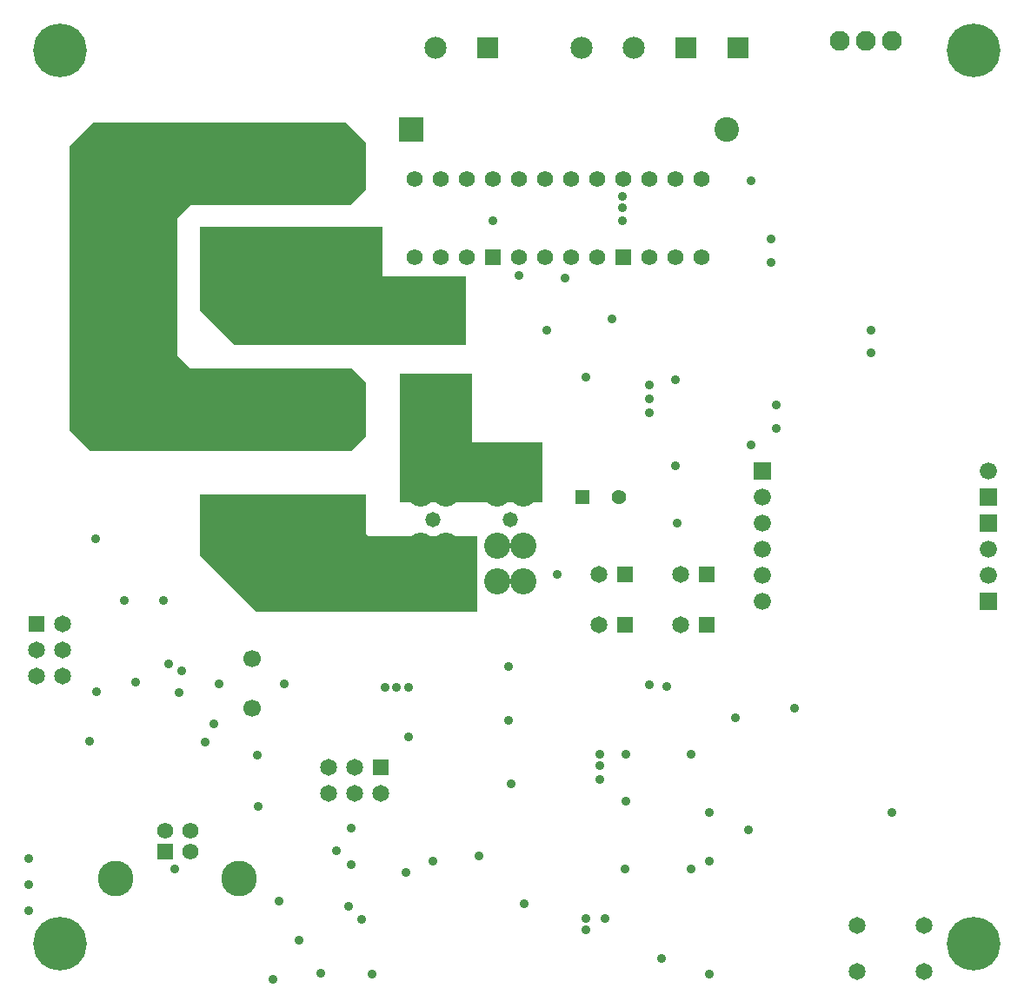
<source format=gbr>
%TF.GenerationSoftware,Altium Limited,Altium Designer,25.2.1 (25)*%
G04 Layer_Color=16711935*
%FSLAX43Y43*%
%MOMM*%
%TF.SameCoordinates,4C24163C-91DB-42BE-86CD-6C2E27ADC54B*%
%TF.FilePolarity,Negative*%
%TF.FileFunction,Soldermask,Bot*%
%TF.Part,Single*%
G01*
G75*
%TA.AperFunction,ComponentPad*%
%ADD111C,1.650*%
%ADD112R,1.650X1.650*%
%ADD113C,2.550*%
%ADD114C,1.475*%
%ADD115C,1.558*%
%ADD116R,1.558X1.558*%
%ADD117C,3.466*%
%ADD118C,1.674*%
%ADD119R,1.674X1.674*%
%ADD120C,3.150*%
%ADD121R,3.150X3.150*%
%ADD122C,1.575*%
%ADD123R,1.575X1.575*%
%ADD124C,2.150*%
%ADD125R,2.150X2.150*%
%ADD126R,2.400X2.400*%
%ADD127C,2.400*%
%ADD128R,1.650X1.650*%
%ADD129C,1.650*%
%ADD130C,1.700*%
%ADD131C,1.950*%
%ADD132C,1.425*%
%ADD133R,1.425X1.425*%
%TA.AperFunction,ViaPad*%
%ADD134C,5.230*%
%ADD135C,0.900*%
G36*
X35941Y69523D02*
X44069D01*
Y62865D01*
X21463D01*
X18140Y66188D01*
Y74300D01*
X35941D01*
Y69523D01*
D02*
G37*
G36*
X34300Y82540D02*
Y77988D01*
X32812Y76500D01*
Y76500D01*
X17318D01*
X16000Y75182D01*
Y61724D01*
X17224Y60500D01*
X33000D01*
X34300Y59200D01*
Y53858D01*
X32902Y52460D01*
X7484D01*
X7484Y52460D01*
X5500Y54444D01*
Y82208D01*
X7752Y84460D01*
X32380D01*
X34300Y82540D01*
D02*
G37*
G36*
X44648Y53340D02*
X51562D01*
Y47498D01*
X37648D01*
Y60000D01*
X44648D01*
Y53340D01*
D02*
G37*
G36*
X34300Y44450D02*
X34554Y44196D01*
X45164D01*
Y36807D01*
X23633D01*
X18140Y42300D01*
Y48300D01*
X34300D01*
Y44450D01*
D02*
G37*
D111*
X57000Y40500D02*
D03*
X65000Y40500D02*
D03*
X57000Y35560D02*
D03*
X65000D02*
D03*
X82221Y1742D02*
D03*
X88721D02*
D03*
X82221Y6242D02*
D03*
X88721D02*
D03*
X4826Y35687D02*
D03*
X2286Y33147D02*
D03*
X4826D02*
D03*
Y30607D02*
D03*
X35814Y19177D02*
D03*
X33274Y21717D02*
D03*
Y19177D02*
D03*
X30734Y21717D02*
D03*
Y19177D02*
D03*
D112*
X59540Y40500D02*
D03*
X67540Y40500D02*
D03*
X59540Y35560D02*
D03*
X67540D02*
D03*
X35814Y21717D02*
D03*
D113*
X42164Y51887D02*
D03*
X39664D02*
D03*
X42164Y48387D02*
D03*
X39664D02*
D03*
X42164Y43307D02*
D03*
X39664D02*
D03*
X42164Y39807D02*
D03*
X39664D02*
D03*
X47150D02*
D03*
X49650D02*
D03*
X47150Y43307D02*
D03*
X49650D02*
D03*
X47150Y48387D02*
D03*
X49650D02*
D03*
X47150Y51887D02*
D03*
X49650D02*
D03*
D114*
X40869Y45847D02*
D03*
X48355D02*
D03*
D115*
X14750Y15500D02*
D03*
X17250D02*
D03*
Y13500D02*
D03*
D116*
X14750D02*
D03*
D117*
X22020Y10800D02*
D03*
X9980D02*
D03*
D118*
X72947Y42926D02*
D03*
X94947Y50546D02*
D03*
Y42926D02*
D03*
Y40386D02*
D03*
X72947Y48006D02*
D03*
Y45466D02*
D03*
Y40386D02*
D03*
Y37846D02*
D03*
D119*
X94947Y48006D02*
D03*
Y45466D02*
D03*
Y37846D02*
D03*
X72947Y50546D02*
D03*
D120*
X31300Y71300D02*
D03*
X26220D02*
D03*
X21140D02*
D03*
X31300Y45300D02*
D03*
X26220D02*
D03*
X21140D02*
D03*
D121*
X31300Y81460D02*
D03*
X26220D02*
D03*
X21140D02*
D03*
X31300Y55460D02*
D03*
X26220D02*
D03*
X21140D02*
D03*
D122*
X67000Y71374D02*
D03*
X64460D02*
D03*
X61920D02*
D03*
X56840D02*
D03*
X54300D02*
D03*
X51760D02*
D03*
X49220D02*
D03*
X39060D02*
D03*
X41600D02*
D03*
X44140D02*
D03*
X67000Y78994D02*
D03*
X64460D02*
D03*
X61920D02*
D03*
X59380D02*
D03*
X56840D02*
D03*
X54300D02*
D03*
X51760D02*
D03*
X49220D02*
D03*
X39060D02*
D03*
X41600D02*
D03*
X44140D02*
D03*
X46680D02*
D03*
D123*
X59380Y71374D02*
D03*
X46680D02*
D03*
D124*
X41148Y91821D02*
D03*
X60420D02*
D03*
X55340D02*
D03*
D125*
X46228D02*
D03*
X70580D02*
D03*
X65500D02*
D03*
D126*
X38763Y83820D02*
D03*
D127*
X69463D02*
D03*
D128*
X2286Y35687D02*
D03*
D129*
Y30607D02*
D03*
D130*
X23241Y27411D02*
D03*
Y32291D02*
D03*
D131*
X85566Y92456D02*
D03*
X83026D02*
D03*
X80486D02*
D03*
D132*
X58950Y48018D02*
D03*
D133*
X55450D02*
D03*
D134*
X93500Y4500D02*
D03*
Y91500D02*
D03*
X4500D02*
D03*
Y4500D02*
D03*
D135*
X15748Y11811D02*
D03*
X64516Y51050D02*
D03*
X48260Y31496D02*
D03*
X58293Y65405D02*
D03*
X49276Y69596D02*
D03*
X85598Y17272D02*
D03*
X66040Y11811D02*
D03*
X59690Y22987D02*
D03*
X37338Y29464D02*
D03*
X38481Y24602D02*
D03*
X51943Y64262D02*
D03*
X52959Y40500D02*
D03*
X55753Y59690D02*
D03*
X61976Y58928D02*
D03*
X44700Y42370D02*
D03*
Y39370D02*
D03*
Y40870D02*
D03*
X48260Y26289D02*
D03*
X29972Y1651D02*
D03*
X18669Y24130D02*
D03*
X67818Y1524D02*
D03*
X40894Y12573D02*
D03*
X49784Y8382D02*
D03*
X61976Y29718D02*
D03*
Y56261D02*
D03*
Y57595D02*
D03*
X57150Y20500D02*
D03*
X70358Y26543D02*
D03*
X38481Y29464D02*
D03*
X36195D02*
D03*
X73787Y70866D02*
D03*
X32893Y15748D02*
D03*
X71882Y78867D02*
D03*
X73787Y73152D02*
D03*
X71882Y53086D02*
D03*
X74295Y54737D02*
D03*
Y57023D02*
D03*
X64516Y59436D02*
D03*
X76073Y27432D02*
D03*
X71628Y15621D02*
D03*
X67818Y12573D02*
D03*
X83566Y62103D02*
D03*
X25273Y1016D02*
D03*
X55753Y6985D02*
D03*
X27813Y4826D02*
D03*
X31496Y13589D02*
D03*
X32893Y12192D02*
D03*
X38275Y11430D02*
D03*
X32639Y8128D02*
D03*
X7433Y24257D02*
D03*
X23876Y17907D02*
D03*
X8001Y43942D02*
D03*
X11938Y29985D02*
D03*
X8128Y29083D02*
D03*
X53721Y69342D02*
D03*
X83566Y64262D02*
D03*
X59309Y77343D02*
D03*
Y76200D02*
D03*
X14600Y37910D02*
D03*
X10800Y37973D02*
D03*
X57150Y21844D02*
D03*
Y22987D02*
D03*
X59690Y18415D02*
D03*
X16129Y28956D02*
D03*
X19558Y25908D02*
D03*
X15113Y31750D02*
D03*
X16383Y31115D02*
D03*
X1524Y12827D02*
D03*
Y10287D02*
D03*
Y7747D02*
D03*
X26416Y29845D02*
D03*
X20066D02*
D03*
X23749Y22860D02*
D03*
X33926Y6858D02*
D03*
X55753Y5842D02*
D03*
X48514Y20066D02*
D03*
X64643Y45466D02*
D03*
X59309Y74930D02*
D03*
X46736D02*
D03*
X45339Y13081D02*
D03*
X63119Y3048D02*
D03*
X57658Y6985D02*
D03*
X67818Y17272D02*
D03*
X66040Y22987D02*
D03*
X59563Y11811D02*
D03*
X63627Y29591D02*
D03*
X34925Y1524D02*
D03*
X25908Y8636D02*
D03*
X8300Y75182D02*
D03*
Y61724D02*
D03*
Y67107D02*
D03*
Y72490D02*
D03*
Y64416D02*
D03*
Y69799D02*
D03*
Y59032D02*
D03*
Y56340D02*
D03*
Y77874D02*
D03*
Y80566D02*
D03*
X13200Y75182D02*
D03*
Y61724D02*
D03*
Y67107D02*
D03*
Y72490D02*
D03*
Y64416D02*
D03*
Y69799D02*
D03*
Y59032D02*
D03*
Y56340D02*
D03*
Y77874D02*
D03*
Y80566D02*
D03*
X10750D02*
D03*
Y77874D02*
D03*
Y56340D02*
D03*
Y59032D02*
D03*
Y69799D02*
D03*
Y64416D02*
D03*
Y72490D02*
D03*
Y67107D02*
D03*
Y61724D02*
D03*
Y75182D02*
D03*
X21140Y40870D02*
D03*
X31300D02*
D03*
X26220D02*
D03*
X28760D02*
D03*
X23680D02*
D03*
Y42370D02*
D03*
X28760D02*
D03*
X26220D02*
D03*
X31300D02*
D03*
X21140D02*
D03*
X23680Y39370D02*
D03*
X26220D02*
D03*
X31300D02*
D03*
X33840Y42370D02*
D03*
Y40870D02*
D03*
X28760Y39370D02*
D03*
X33840D02*
D03*
X42164Y54000D02*
D03*
X39664D02*
D03*
Y57000D02*
D03*
X42164D02*
D03*
Y55500D02*
D03*
X39664D02*
D03*
X33724Y65000D02*
D03*
X28760D02*
D03*
X33724Y66500D02*
D03*
Y68000D02*
D03*
X21140Y65000D02*
D03*
X31242D02*
D03*
X26220D02*
D03*
X23680D02*
D03*
X21140Y68000D02*
D03*
X31300D02*
D03*
X26220D02*
D03*
X28760D02*
D03*
X23680D02*
D03*
Y66500D02*
D03*
X28760D02*
D03*
X26220D02*
D03*
X31300D02*
D03*
X21140D02*
D03*
%TF.MD5,b2cbd4bb5736440c53076b5ff8d5cd96*%
M02*

</source>
